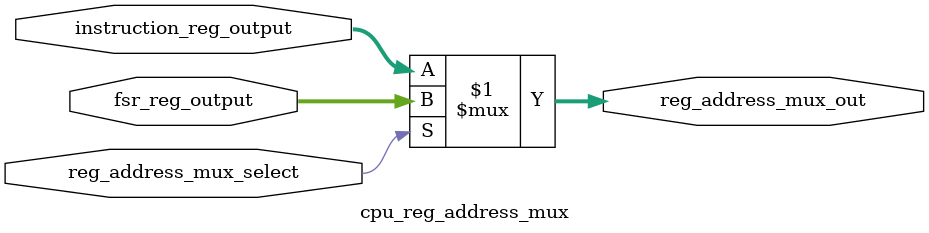
<source format=v>

module cpu_reg_address_mux(reg_address_mux_select, instruction_reg_output, fsr_reg_output, reg_address_mux_out);
    input reg_address_mux_select;
    input [4:0]instruction_reg_output;
    input [4:0]fsr_reg_output;
    output [4:0]reg_address_mux_out;

    assign reg_address_mux_out = reg_address_mux_select ? fsr_reg_output : instruction_reg_output;

endmodule
</source>
